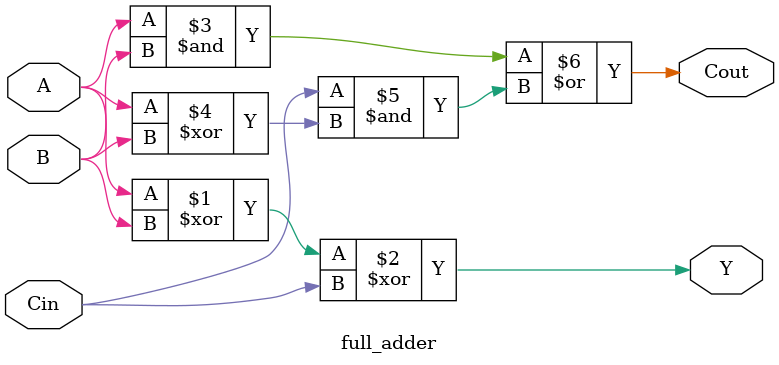
<source format=v>
module full_adder(
    // Declare your A/B inputs
    input A, B, Cin,
    // Declare Y output
    output Y,
    // Declare carry output
    Cout
);

    // Enter logic equation here
    assign Y = A ^ B ^ Cin;
    assign Cout = (A & B) | (Cin & (A^B));

endmodule
</source>
